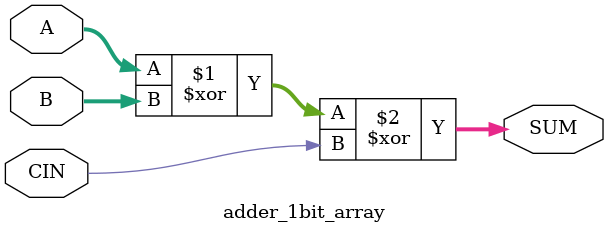
<source format=v>

module adder_1bit_array
(
  input [3:0] A,
  input [3:0] B,
  input CIN,
  output [3:0] SUM
);

  assign SUM = A ^ B ^ CIN;

endmodule

</source>
